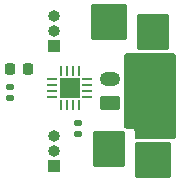
<source format=gts>
G04 #@! TF.GenerationSoftware,KiCad,Pcbnew,8.0.7-8.0.7-0~ubuntu24.04.1*
G04 #@! TF.CreationDate,2024-12-31T11:01:01-07:00*
G04 #@! TF.ProjectId,DRV8213 brushed Motor Driver,44525638-3231-4332-9062-727573686564,V1*
G04 #@! TF.SameCoordinates,Original*
G04 #@! TF.FileFunction,Soldermask,Top*
G04 #@! TF.FilePolarity,Negative*
%FSLAX46Y46*%
G04 Gerber Fmt 4.6, Leading zero omitted, Abs format (unit mm)*
G04 Created by KiCad (PCBNEW 8.0.7-8.0.7-0~ubuntu24.04.1) date 2024-12-31 11:01:01*
%MOMM*%
%LPD*%
G01*
G04 APERTURE LIST*
G04 Aperture macros list*
%AMRoundRect*
0 Rectangle with rounded corners*
0 $1 Rounding radius*
0 $2 $3 $4 $5 $6 $7 $8 $9 X,Y pos of 4 corners*
0 Add a 4 corners polygon primitive as box body*
4,1,4,$2,$3,$4,$5,$6,$7,$8,$9,$2,$3,0*
0 Add four circle primitives for the rounded corners*
1,1,$1+$1,$2,$3*
1,1,$1+$1,$4,$5*
1,1,$1+$1,$6,$7*
1,1,$1+$1,$8,$9*
0 Add four rect primitives between the rounded corners*
20,1,$1+$1,$2,$3,$4,$5,0*
20,1,$1+$1,$4,$5,$6,$7,0*
20,1,$1+$1,$6,$7,$8,$9,0*
20,1,$1+$1,$8,$9,$2,$3,0*%
G04 Aperture macros list end*
%ADD10RoundRect,0.102000X-1.400000X-1.400000X1.400000X-1.400000X1.400000X1.400000X-1.400000X1.400000X0*%
%ADD11RoundRect,0.100000X-1.250000X-1.400000X1.250000X-1.400000X1.250000X1.400000X-1.250000X1.400000X0*%
%ADD12RoundRect,0.140000X-0.170000X0.140000X-0.170000X-0.140000X0.170000X-0.140000X0.170000X0.140000X0*%
%ADD13RoundRect,0.100000X1.250000X1.400000X-1.250000X1.400000X-1.250000X-1.400000X1.250000X-1.400000X0*%
%ADD14RoundRect,0.102000X1.400000X1.400000X-1.400000X1.400000X-1.400000X-1.400000X1.400000X-1.400000X0*%
%ADD15R,1.000000X1.000000*%
%ADD16O,1.000000X1.000000*%
%ADD17RoundRect,0.225000X-0.225000X-0.250000X0.225000X-0.250000X0.225000X0.250000X-0.225000X0.250000X0*%
%ADD18RoundRect,0.250000X0.625000X-0.350000X0.625000X0.350000X-0.625000X0.350000X-0.625000X-0.350000X0*%
%ADD19O,1.750000X1.200000*%
%ADD20RoundRect,0.062500X0.062500X-0.355000X0.062500X0.355000X-0.062500X0.355000X-0.062500X-0.355000X0*%
%ADD21RoundRect,0.062500X0.355000X-0.062500X0.355000X0.062500X-0.355000X0.062500X-0.355000X-0.062500X0*%
%ADD22R,1.680000X1.680000*%
G04 APERTURE END LIST*
D10*
G04 #@! TO.C,J3*
X176650000Y-107550000D03*
G04 #@! TD*
D11*
G04 #@! TO.C,J4*
X176650000Y-96750000D03*
G04 #@! TD*
D12*
G04 #@! TO.C,C6*
X170300000Y-104420000D03*
X170300000Y-105380000D03*
G04 #@! TD*
D13*
G04 #@! TO.C,J1*
X172950000Y-106650000D03*
G04 #@! TD*
D14*
G04 #@! TO.C,J2*
X172950000Y-95850000D03*
G04 #@! TD*
D15*
G04 #@! TO.C,J11*
X168300000Y-108050000D03*
D16*
X168300000Y-106780000D03*
X168300000Y-105510000D03*
G04 #@! TD*
D17*
G04 #@! TO.C,C7*
X164525000Y-99850000D03*
X166075000Y-99850000D03*
G04 #@! TD*
D18*
G04 #@! TO.C,J9*
X173000000Y-102700000D03*
D19*
X173000000Y-100700000D03*
G04 #@! TD*
D20*
G04 #@! TO.C,U1*
X168850000Y-102907500D03*
X169350000Y-102907500D03*
X169850000Y-102907500D03*
X170350000Y-102907500D03*
D21*
X171057500Y-102200000D03*
X171057500Y-101700000D03*
X171057500Y-101200000D03*
X171057500Y-100700000D03*
D20*
X170350000Y-99992500D03*
X169850000Y-99992500D03*
X169350000Y-99992500D03*
X168850000Y-99992500D03*
D21*
X168142500Y-100700000D03*
X168142500Y-101200000D03*
X168142500Y-101700000D03*
X168142500Y-102200000D03*
D22*
X169600000Y-101450000D03*
G04 #@! TD*
D15*
G04 #@! TO.C,J10*
X168300000Y-97900000D03*
D16*
X168300000Y-96630000D03*
X168300000Y-95360000D03*
G04 #@! TD*
D12*
G04 #@! TO.C,C8*
X164550000Y-101370000D03*
X164550000Y-102330000D03*
G04 #@! TD*
G36*
X178361980Y-98502383D02*
G01*
X178421480Y-98514218D01*
X178466179Y-98532732D01*
X178506268Y-98559518D01*
X178540481Y-98593731D01*
X178567267Y-98633820D01*
X178585781Y-98678517D01*
X178597617Y-98738017D01*
X178600000Y-98762210D01*
X178600000Y-105537789D01*
X178597617Y-105561982D01*
X178585781Y-105621482D01*
X178567267Y-105666179D01*
X178540481Y-105706268D01*
X178506268Y-105740481D01*
X178466179Y-105767267D01*
X178421482Y-105785781D01*
X178361982Y-105797617D01*
X178337789Y-105800000D01*
X175362211Y-105800000D01*
X175338019Y-105797617D01*
X175278518Y-105785781D01*
X175233820Y-105767267D01*
X175193731Y-105740481D01*
X175159518Y-105706268D01*
X175132732Y-105666179D01*
X175114218Y-105621480D01*
X175102383Y-105561980D01*
X175100000Y-105537789D01*
X175100000Y-105149999D01*
X175099999Y-105149995D01*
X175080970Y-105054329D01*
X175080970Y-105054328D01*
X175026776Y-104973223D01*
X174945671Y-104919029D01*
X174850004Y-104900000D01*
X174462211Y-104900000D01*
X174438019Y-104897617D01*
X174378518Y-104885781D01*
X174333820Y-104867267D01*
X174293731Y-104840481D01*
X174259518Y-104806268D01*
X174232732Y-104766179D01*
X174214218Y-104721480D01*
X174202383Y-104661980D01*
X174200000Y-104637789D01*
X174200000Y-98762210D01*
X174202383Y-98738019D01*
X174214218Y-98678519D01*
X174232732Y-98633820D01*
X174259518Y-98593731D01*
X174293731Y-98559518D01*
X174333820Y-98532732D01*
X174378520Y-98514217D01*
X174438021Y-98502382D01*
X174462211Y-98500000D01*
X178337789Y-98500000D01*
X178361980Y-98502383D01*
G37*
M02*

</source>
